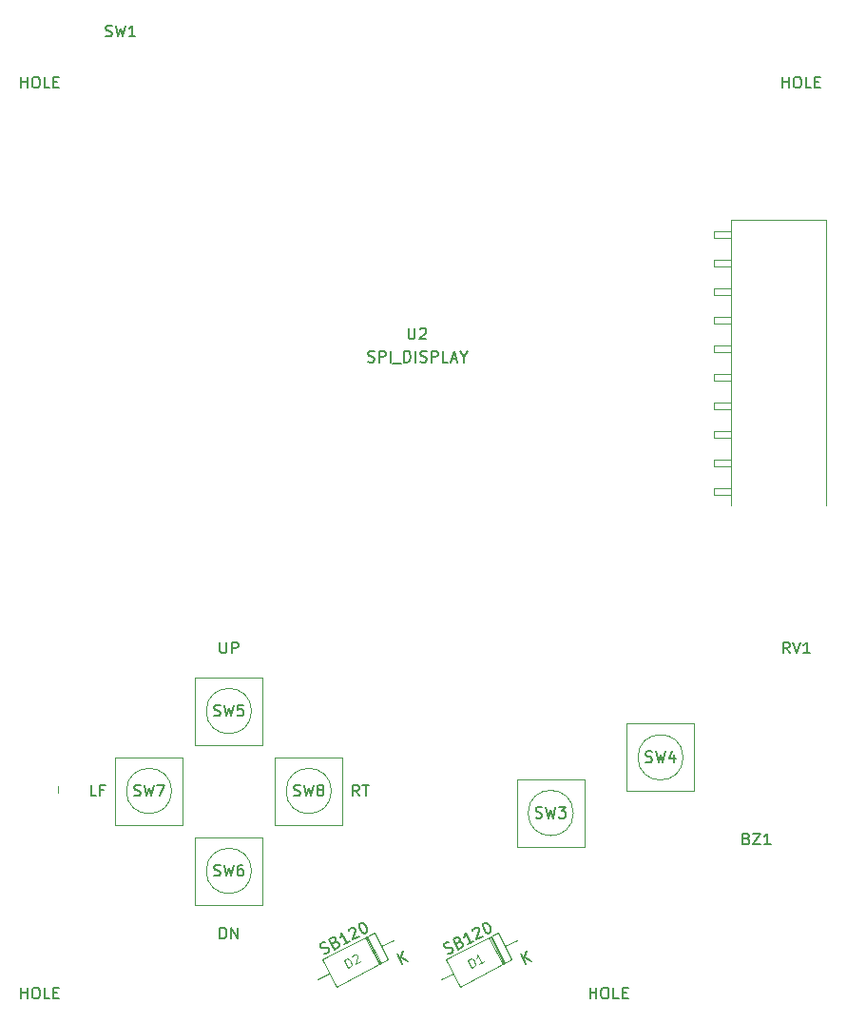
<source format=gbr>
G04 #@! TF.GenerationSoftware,KiCad,Pcbnew,(6.0.4)*
G04 #@! TF.CreationDate,2022-05-01T01:23:01+08:00*
G04 #@! TF.ProjectId,system,73797374-656d-42e6-9b69-6361645f7063,1.0-dev7*
G04 #@! TF.SameCoordinates,Original*
G04 #@! TF.FileFunction,AssemblyDrawing,Top*
%FSLAX46Y46*%
G04 Gerber Fmt 4.6, Leading zero omitted, Abs format (unit mm)*
G04 Created by KiCad (PCBNEW (6.0.4)) date 2022-05-01 01:23:01*
%MOMM*%
%LPD*%
G01*
G04 APERTURE LIST*
%ADD10C,0.150000*%
%ADD11C,0.120000*%
%ADD12C,0.100000*%
G04 APERTURE END LIST*
D10*
X169045047Y-137342571D02*
X169187904Y-137390190D01*
X169235523Y-137437809D01*
X169283142Y-137533047D01*
X169283142Y-137675904D01*
X169235523Y-137771142D01*
X169187904Y-137818761D01*
X169092666Y-137866380D01*
X168711714Y-137866380D01*
X168711714Y-136866380D01*
X169045047Y-136866380D01*
X169140285Y-136914000D01*
X169187904Y-136961619D01*
X169235523Y-137056857D01*
X169235523Y-137152095D01*
X169187904Y-137247333D01*
X169140285Y-137294952D01*
X169045047Y-137342571D01*
X168711714Y-137342571D01*
X169616476Y-136866380D02*
X170283142Y-136866380D01*
X169616476Y-137866380D01*
X170283142Y-137866380D01*
X171187904Y-137866380D02*
X170616476Y-137866380D01*
X170902190Y-137866380D02*
X170902190Y-136866380D01*
X170806952Y-137009238D01*
X170711714Y-137104476D01*
X170616476Y-137152095D01*
X104424333Y-70556380D02*
X104424333Y-69556380D01*
X104424333Y-70032571D02*
X104995761Y-70032571D01*
X104995761Y-70556380D02*
X104995761Y-69556380D01*
X105662428Y-69556380D02*
X105852904Y-69556380D01*
X105948142Y-69604000D01*
X106043380Y-69699238D01*
X106091000Y-69889714D01*
X106091000Y-70223047D01*
X106043380Y-70413523D01*
X105948142Y-70508761D01*
X105852904Y-70556380D01*
X105662428Y-70556380D01*
X105567190Y-70508761D01*
X105471952Y-70413523D01*
X105424333Y-70223047D01*
X105424333Y-69889714D01*
X105471952Y-69699238D01*
X105567190Y-69604000D01*
X105662428Y-69556380D01*
X106995761Y-70556380D02*
X106519571Y-70556380D01*
X106519571Y-69556380D01*
X107329095Y-70032571D02*
X107662428Y-70032571D01*
X107805285Y-70556380D02*
X107329095Y-70556380D01*
X107329095Y-69556380D01*
X107805285Y-69556380D01*
X172242333Y-70556380D02*
X172242333Y-69556380D01*
X172242333Y-70032571D02*
X172813761Y-70032571D01*
X172813761Y-70556380D02*
X172813761Y-69556380D01*
X173480428Y-69556380D02*
X173670904Y-69556380D01*
X173766142Y-69604000D01*
X173861380Y-69699238D01*
X173909000Y-69889714D01*
X173909000Y-70223047D01*
X173861380Y-70413523D01*
X173766142Y-70508761D01*
X173670904Y-70556380D01*
X173480428Y-70556380D01*
X173385190Y-70508761D01*
X173289952Y-70413523D01*
X173242333Y-70223047D01*
X173242333Y-69889714D01*
X173289952Y-69699238D01*
X173385190Y-69604000D01*
X173480428Y-69556380D01*
X174813761Y-70556380D02*
X174337571Y-70556380D01*
X174337571Y-69556380D01*
X175147095Y-70032571D02*
X175480428Y-70032571D01*
X175623285Y-70556380D02*
X175147095Y-70556380D01*
X175147095Y-69556380D01*
X175623285Y-69556380D01*
X104424333Y-151582380D02*
X104424333Y-150582380D01*
X104424333Y-151058571D02*
X104995761Y-151058571D01*
X104995761Y-151582380D02*
X104995761Y-150582380D01*
X105662428Y-150582380D02*
X105852904Y-150582380D01*
X105948142Y-150630000D01*
X106043380Y-150725238D01*
X106091000Y-150915714D01*
X106091000Y-151249047D01*
X106043380Y-151439523D01*
X105948142Y-151534761D01*
X105852904Y-151582380D01*
X105662428Y-151582380D01*
X105567190Y-151534761D01*
X105471952Y-151439523D01*
X105424333Y-151249047D01*
X105424333Y-150915714D01*
X105471952Y-150725238D01*
X105567190Y-150630000D01*
X105662428Y-150582380D01*
X106995761Y-151582380D02*
X106519571Y-151582380D01*
X106519571Y-150582380D01*
X107329095Y-151058571D02*
X107662428Y-151058571D01*
X107805285Y-151582380D02*
X107329095Y-151582380D01*
X107329095Y-150582380D01*
X107805285Y-150582380D01*
X155097333Y-151582380D02*
X155097333Y-150582380D01*
X155097333Y-151058571D02*
X155668761Y-151058571D01*
X155668761Y-151582380D02*
X155668761Y-150582380D01*
X156335428Y-150582380D02*
X156525904Y-150582380D01*
X156621142Y-150630000D01*
X156716380Y-150725238D01*
X156764000Y-150915714D01*
X156764000Y-151249047D01*
X156716380Y-151439523D01*
X156621142Y-151534761D01*
X156525904Y-151582380D01*
X156335428Y-151582380D01*
X156240190Y-151534761D01*
X156144952Y-151439523D01*
X156097333Y-151249047D01*
X156097333Y-150915714D01*
X156144952Y-150725238D01*
X156240190Y-150630000D01*
X156335428Y-150582380D01*
X157668761Y-151582380D02*
X157192571Y-151582380D01*
X157192571Y-150582380D01*
X158002095Y-151058571D02*
X158335428Y-151058571D01*
X158478285Y-151582380D02*
X158002095Y-151582380D01*
X158002095Y-150582380D01*
X158478285Y-150582380D01*
X131433407Y-147601746D02*
X131582111Y-147578021D01*
X131793304Y-147468080D01*
X131855793Y-147381866D01*
X131876044Y-147317639D01*
X131874307Y-147211174D01*
X131830331Y-147126697D01*
X131744116Y-147064207D01*
X131679889Y-147043957D01*
X131573424Y-147045694D01*
X131382481Y-147091408D01*
X131276016Y-147093145D01*
X131211790Y-147072895D01*
X131125575Y-147010405D01*
X131081599Y-146925928D01*
X131079861Y-146819463D01*
X131100112Y-146755236D01*
X131162601Y-146669022D01*
X131373794Y-146559082D01*
X131522498Y-146535356D01*
X132396208Y-146563695D02*
X132544912Y-146539970D01*
X132609139Y-146560220D01*
X132695353Y-146622709D01*
X132761317Y-146749425D01*
X132763055Y-146855891D01*
X132742804Y-146920117D01*
X132680315Y-147006332D01*
X132342406Y-147182236D01*
X131880658Y-146295225D01*
X132176328Y-146141309D01*
X132282793Y-146139572D01*
X132347020Y-146159822D01*
X132433234Y-146222311D01*
X132477210Y-146306789D01*
X132478948Y-146413254D01*
X132458697Y-146477480D01*
X132396208Y-146563695D01*
X132100538Y-146717611D01*
X133694042Y-146478619D02*
X133187178Y-146742475D01*
X133440610Y-146610547D02*
X132978861Y-145723536D01*
X132960348Y-145894228D01*
X132919847Y-146022682D01*
X132857358Y-146108896D01*
X133614178Y-145500181D02*
X133634429Y-145435955D01*
X133696918Y-145349740D01*
X133908111Y-145239800D01*
X134014576Y-145238062D01*
X134078803Y-145258313D01*
X134165017Y-145320802D01*
X134208994Y-145405279D01*
X134232719Y-145553983D01*
X133989712Y-146324703D01*
X134538814Y-146038859D01*
X134626167Y-144866003D02*
X134710645Y-144822027D01*
X134817110Y-144820290D01*
X134881336Y-144840540D01*
X134967551Y-144903030D01*
X135097742Y-145049996D01*
X135207682Y-145261189D01*
X135253395Y-145452132D01*
X135255133Y-145558597D01*
X135234882Y-145622823D01*
X135172393Y-145709038D01*
X135087916Y-145753014D01*
X134981451Y-145754752D01*
X134917224Y-145734501D01*
X134831009Y-145672012D01*
X134700819Y-145525045D01*
X134590878Y-145313852D01*
X134545165Y-145122910D01*
X134543428Y-145016445D01*
X134563678Y-144952218D01*
X134626167Y-144866003D01*
X138376744Y-148460295D02*
X137914996Y-147573285D01*
X138883608Y-148196439D02*
X138239604Y-147887468D01*
X138421859Y-147309428D02*
X138178852Y-148080148D01*
D11*
X133566758Y-148832928D02*
X133197359Y-148123319D01*
X133366313Y-148035367D01*
X133485276Y-148016386D01*
X133588039Y-148048787D01*
X133657011Y-148098779D01*
X133761163Y-148216352D01*
X133813935Y-148317724D01*
X133850505Y-148470478D01*
X133851895Y-148555651D01*
X133819494Y-148658413D01*
X133735712Y-148744975D01*
X133566758Y-148832928D01*
X133908357Y-147839092D02*
X133924558Y-147787711D01*
X133974549Y-147718739D01*
X134143504Y-147630787D01*
X134228676Y-147629397D01*
X134280057Y-147645597D01*
X134349029Y-147695589D01*
X134384210Y-147763171D01*
X134403190Y-147882134D01*
X134208785Y-148498709D01*
X134648066Y-148270034D01*
D10*
X111950666Y-65936761D02*
X112093523Y-65984380D01*
X112331619Y-65984380D01*
X112426857Y-65936761D01*
X112474476Y-65889142D01*
X112522095Y-65793904D01*
X112522095Y-65698666D01*
X112474476Y-65603428D01*
X112426857Y-65555809D01*
X112331619Y-65508190D01*
X112141142Y-65460571D01*
X112045904Y-65412952D01*
X111998285Y-65365333D01*
X111950666Y-65270095D01*
X111950666Y-65174857D01*
X111998285Y-65079619D01*
X112045904Y-65032000D01*
X112141142Y-64984380D01*
X112379238Y-64984380D01*
X112522095Y-65032000D01*
X112855428Y-64984380D02*
X113093523Y-65984380D01*
X113284000Y-65270095D01*
X113474476Y-65984380D01*
X113712571Y-64984380D01*
X114617333Y-65984380D02*
X114045904Y-65984380D01*
X114331619Y-65984380D02*
X114331619Y-64984380D01*
X114236380Y-65127238D01*
X114141142Y-65222476D01*
X114045904Y-65270095D01*
X138938095Y-91908380D02*
X138938095Y-92717904D01*
X138985714Y-92813142D01*
X139033333Y-92860761D01*
X139128571Y-92908380D01*
X139319047Y-92908380D01*
X139414285Y-92860761D01*
X139461904Y-92813142D01*
X139509523Y-92717904D01*
X139509523Y-91908380D01*
X139938095Y-92003619D02*
X139985714Y-91956000D01*
X140080952Y-91908380D01*
X140319047Y-91908380D01*
X140414285Y-91956000D01*
X140461904Y-92003619D01*
X140509523Y-92098857D01*
X140509523Y-92194095D01*
X140461904Y-92336952D01*
X139890476Y-92908380D01*
X140509523Y-92908380D01*
X135319047Y-94900761D02*
X135461904Y-94948380D01*
X135700000Y-94948380D01*
X135795238Y-94900761D01*
X135842857Y-94853142D01*
X135890476Y-94757904D01*
X135890476Y-94662666D01*
X135842857Y-94567428D01*
X135795238Y-94519809D01*
X135700000Y-94472190D01*
X135509523Y-94424571D01*
X135414285Y-94376952D01*
X135366666Y-94329333D01*
X135319047Y-94234095D01*
X135319047Y-94138857D01*
X135366666Y-94043619D01*
X135414285Y-93996000D01*
X135509523Y-93948380D01*
X135747619Y-93948380D01*
X135890476Y-93996000D01*
X136319047Y-94948380D02*
X136319047Y-93948380D01*
X136700000Y-93948380D01*
X136795238Y-93996000D01*
X136842857Y-94043619D01*
X136890476Y-94138857D01*
X136890476Y-94281714D01*
X136842857Y-94376952D01*
X136795238Y-94424571D01*
X136700000Y-94472190D01*
X136319047Y-94472190D01*
X137319047Y-94948380D02*
X137319047Y-93948380D01*
X137557142Y-95043619D02*
X138319047Y-95043619D01*
X138557142Y-94948380D02*
X138557142Y-93948380D01*
X138795238Y-93948380D01*
X138938095Y-93996000D01*
X139033333Y-94091238D01*
X139080952Y-94186476D01*
X139128571Y-94376952D01*
X139128571Y-94519809D01*
X139080952Y-94710285D01*
X139033333Y-94805523D01*
X138938095Y-94900761D01*
X138795238Y-94948380D01*
X138557142Y-94948380D01*
X139557142Y-94948380D02*
X139557142Y-93948380D01*
X139985714Y-94900761D02*
X140128571Y-94948380D01*
X140366666Y-94948380D01*
X140461904Y-94900761D01*
X140509523Y-94853142D01*
X140557142Y-94757904D01*
X140557142Y-94662666D01*
X140509523Y-94567428D01*
X140461904Y-94519809D01*
X140366666Y-94472190D01*
X140176190Y-94424571D01*
X140080952Y-94376952D01*
X140033333Y-94329333D01*
X139985714Y-94234095D01*
X139985714Y-94138857D01*
X140033333Y-94043619D01*
X140080952Y-93996000D01*
X140176190Y-93948380D01*
X140414285Y-93948380D01*
X140557142Y-93996000D01*
X140985714Y-94948380D02*
X140985714Y-93948380D01*
X141366666Y-93948380D01*
X141461904Y-93996000D01*
X141509523Y-94043619D01*
X141557142Y-94138857D01*
X141557142Y-94281714D01*
X141509523Y-94376952D01*
X141461904Y-94424571D01*
X141366666Y-94472190D01*
X140985714Y-94472190D01*
X142461904Y-94948380D02*
X141985714Y-94948380D01*
X141985714Y-93948380D01*
X142747619Y-94662666D02*
X143223809Y-94662666D01*
X142652380Y-94948380D02*
X142985714Y-93948380D01*
X143319047Y-94948380D01*
X143842857Y-94472190D02*
X143842857Y-94948380D01*
X143509523Y-93948380D02*
X143842857Y-94472190D01*
X144176190Y-93948380D01*
X160047666Y-130504761D02*
X160190523Y-130552380D01*
X160428619Y-130552380D01*
X160523857Y-130504761D01*
X160571476Y-130457142D01*
X160619095Y-130361904D01*
X160619095Y-130266666D01*
X160571476Y-130171428D01*
X160523857Y-130123809D01*
X160428619Y-130076190D01*
X160238142Y-130028571D01*
X160142904Y-129980952D01*
X160095285Y-129933333D01*
X160047666Y-129838095D01*
X160047666Y-129742857D01*
X160095285Y-129647619D01*
X160142904Y-129600000D01*
X160238142Y-129552380D01*
X160476238Y-129552380D01*
X160619095Y-129600000D01*
X160952428Y-129552380D02*
X161190523Y-130552380D01*
X161381000Y-129838095D01*
X161571476Y-130552380D01*
X161809571Y-129552380D01*
X162619095Y-129885714D02*
X162619095Y-130552380D01*
X162381000Y-129504761D02*
X162142904Y-130219047D01*
X162761952Y-130219047D01*
X122150285Y-119848380D02*
X122150285Y-120657904D01*
X122197904Y-120753142D01*
X122245523Y-120800761D01*
X122340761Y-120848380D01*
X122531238Y-120848380D01*
X122626476Y-120800761D01*
X122674095Y-120753142D01*
X122721714Y-120657904D01*
X122721714Y-119848380D01*
X123197904Y-120848380D02*
X123197904Y-119848380D01*
X123578857Y-119848380D01*
X123674095Y-119896000D01*
X123721714Y-119943619D01*
X123769333Y-120038857D01*
X123769333Y-120181714D01*
X123721714Y-120276952D01*
X123674095Y-120324571D01*
X123578857Y-120372190D01*
X123197904Y-120372190D01*
X121602666Y-126388761D02*
X121745523Y-126436380D01*
X121983619Y-126436380D01*
X122078857Y-126388761D01*
X122126476Y-126341142D01*
X122174095Y-126245904D01*
X122174095Y-126150666D01*
X122126476Y-126055428D01*
X122078857Y-126007809D01*
X121983619Y-125960190D01*
X121793142Y-125912571D01*
X121697904Y-125864952D01*
X121650285Y-125817333D01*
X121602666Y-125722095D01*
X121602666Y-125626857D01*
X121650285Y-125531619D01*
X121697904Y-125484000D01*
X121793142Y-125436380D01*
X122031238Y-125436380D01*
X122174095Y-125484000D01*
X122507428Y-125436380D02*
X122745523Y-126436380D01*
X122936000Y-125722095D01*
X123126476Y-126436380D01*
X123364571Y-125436380D01*
X124221714Y-125436380D02*
X123745523Y-125436380D01*
X123697904Y-125912571D01*
X123745523Y-125864952D01*
X123840761Y-125817333D01*
X124078857Y-125817333D01*
X124174095Y-125864952D01*
X124221714Y-125912571D01*
X124269333Y-126007809D01*
X124269333Y-126245904D01*
X124221714Y-126341142D01*
X124174095Y-126388761D01*
X124078857Y-126436380D01*
X123840761Y-126436380D01*
X123745523Y-126388761D01*
X123697904Y-126341142D01*
X122150285Y-146248380D02*
X122150285Y-145248380D01*
X122388380Y-145248380D01*
X122531238Y-145296000D01*
X122626476Y-145391238D01*
X122674095Y-145486476D01*
X122721714Y-145676952D01*
X122721714Y-145819809D01*
X122674095Y-146010285D01*
X122626476Y-146105523D01*
X122531238Y-146200761D01*
X122388380Y-146248380D01*
X122150285Y-146248380D01*
X123150285Y-146248380D02*
X123150285Y-145248380D01*
X123721714Y-146248380D01*
X123721714Y-145248380D01*
X121602666Y-140612761D02*
X121745523Y-140660380D01*
X121983619Y-140660380D01*
X122078857Y-140612761D01*
X122126476Y-140565142D01*
X122174095Y-140469904D01*
X122174095Y-140374666D01*
X122126476Y-140279428D01*
X122078857Y-140231809D01*
X121983619Y-140184190D01*
X121793142Y-140136571D01*
X121697904Y-140088952D01*
X121650285Y-140041333D01*
X121602666Y-139946095D01*
X121602666Y-139850857D01*
X121650285Y-139755619D01*
X121697904Y-139708000D01*
X121793142Y-139660380D01*
X122031238Y-139660380D01*
X122174095Y-139708000D01*
X122507428Y-139660380D02*
X122745523Y-140660380D01*
X122936000Y-139946095D01*
X123126476Y-140660380D01*
X123364571Y-139660380D01*
X124174095Y-139660380D02*
X123983619Y-139660380D01*
X123888380Y-139708000D01*
X123840761Y-139755619D01*
X123745523Y-139898476D01*
X123697904Y-140088952D01*
X123697904Y-140469904D01*
X123745523Y-140565142D01*
X123793142Y-140612761D01*
X123888380Y-140660380D01*
X124078857Y-140660380D01*
X124174095Y-140612761D01*
X124221714Y-140565142D01*
X124269333Y-140469904D01*
X124269333Y-140231809D01*
X124221714Y-140136571D01*
X124174095Y-140088952D01*
X124078857Y-140041333D01*
X123888380Y-140041333D01*
X123793142Y-140088952D01*
X123745523Y-140136571D01*
X123697904Y-140231809D01*
X111132952Y-133548380D02*
X110656761Y-133548380D01*
X110656761Y-132548380D01*
X111799619Y-133024571D02*
X111466285Y-133024571D01*
X111466285Y-133548380D02*
X111466285Y-132548380D01*
X111942476Y-132548380D01*
X114490666Y-133500761D02*
X114633523Y-133548380D01*
X114871619Y-133548380D01*
X114966857Y-133500761D01*
X115014476Y-133453142D01*
X115062095Y-133357904D01*
X115062095Y-133262666D01*
X115014476Y-133167428D01*
X114966857Y-133119809D01*
X114871619Y-133072190D01*
X114681142Y-133024571D01*
X114585904Y-132976952D01*
X114538285Y-132929333D01*
X114490666Y-132834095D01*
X114490666Y-132738857D01*
X114538285Y-132643619D01*
X114585904Y-132596000D01*
X114681142Y-132548380D01*
X114919238Y-132548380D01*
X115062095Y-132596000D01*
X115395428Y-132548380D02*
X115633523Y-133548380D01*
X115824000Y-132834095D01*
X116014476Y-133548380D01*
X116252571Y-132548380D01*
X116538285Y-132548380D02*
X117204952Y-132548380D01*
X116776380Y-133548380D01*
X134548571Y-133548380D02*
X134215238Y-133072190D01*
X133977142Y-133548380D02*
X133977142Y-132548380D01*
X134358095Y-132548380D01*
X134453333Y-132596000D01*
X134500952Y-132643619D01*
X134548571Y-132738857D01*
X134548571Y-132881714D01*
X134500952Y-132976952D01*
X134453333Y-133024571D01*
X134358095Y-133072190D01*
X133977142Y-133072190D01*
X134834285Y-132548380D02*
X135405714Y-132548380D01*
X135120000Y-133548380D02*
X135120000Y-132548380D01*
X128714666Y-133500761D02*
X128857523Y-133548380D01*
X129095619Y-133548380D01*
X129190857Y-133500761D01*
X129238476Y-133453142D01*
X129286095Y-133357904D01*
X129286095Y-133262666D01*
X129238476Y-133167428D01*
X129190857Y-133119809D01*
X129095619Y-133072190D01*
X128905142Y-133024571D01*
X128809904Y-132976952D01*
X128762285Y-132929333D01*
X128714666Y-132834095D01*
X128714666Y-132738857D01*
X128762285Y-132643619D01*
X128809904Y-132596000D01*
X128905142Y-132548380D01*
X129143238Y-132548380D01*
X129286095Y-132596000D01*
X129619428Y-132548380D02*
X129857523Y-133548380D01*
X130048000Y-132834095D01*
X130238476Y-133548380D01*
X130476571Y-132548380D01*
X131000380Y-132976952D02*
X130905142Y-132929333D01*
X130857523Y-132881714D01*
X130809904Y-132786476D01*
X130809904Y-132738857D01*
X130857523Y-132643619D01*
X130905142Y-132596000D01*
X131000380Y-132548380D01*
X131190857Y-132548380D01*
X131286095Y-132596000D01*
X131333714Y-132643619D01*
X131381333Y-132738857D01*
X131381333Y-132786476D01*
X131333714Y-132881714D01*
X131286095Y-132929333D01*
X131190857Y-132976952D01*
X131000380Y-132976952D01*
X130905142Y-133024571D01*
X130857523Y-133072190D01*
X130809904Y-133167428D01*
X130809904Y-133357904D01*
X130857523Y-133453142D01*
X130905142Y-133500761D01*
X131000380Y-133548380D01*
X131190857Y-133548380D01*
X131286095Y-133500761D01*
X131333714Y-133453142D01*
X131381333Y-133357904D01*
X131381333Y-133167428D01*
X131333714Y-133072190D01*
X131286095Y-133024571D01*
X131190857Y-132976952D01*
X150268666Y-135457761D02*
X150411523Y-135505380D01*
X150649619Y-135505380D01*
X150744857Y-135457761D01*
X150792476Y-135410142D01*
X150840095Y-135314904D01*
X150840095Y-135219666D01*
X150792476Y-135124428D01*
X150744857Y-135076809D01*
X150649619Y-135029190D01*
X150459142Y-134981571D01*
X150363904Y-134933952D01*
X150316285Y-134886333D01*
X150268666Y-134791095D01*
X150268666Y-134695857D01*
X150316285Y-134600619D01*
X150363904Y-134553000D01*
X150459142Y-134505380D01*
X150697238Y-134505380D01*
X150840095Y-134553000D01*
X151173428Y-134505380D02*
X151411523Y-135505380D01*
X151602000Y-134791095D01*
X151792476Y-135505380D01*
X152030571Y-134505380D01*
X152316285Y-134505380D02*
X152935333Y-134505380D01*
X152602000Y-134886333D01*
X152744857Y-134886333D01*
X152840095Y-134933952D01*
X152887714Y-134981571D01*
X152935333Y-135076809D01*
X152935333Y-135314904D01*
X152887714Y-135410142D01*
X152840095Y-135457761D01*
X152744857Y-135505380D01*
X152459142Y-135505380D01*
X152363904Y-135457761D01*
X152316285Y-135410142D01*
X142454384Y-147601746D02*
X142603088Y-147578021D01*
X142814281Y-147468080D01*
X142876770Y-147381866D01*
X142897021Y-147317639D01*
X142895284Y-147211174D01*
X142851308Y-147126697D01*
X142765093Y-147064207D01*
X142700866Y-147043957D01*
X142594401Y-147045694D01*
X142403458Y-147091408D01*
X142296993Y-147093145D01*
X142232767Y-147072895D01*
X142146552Y-147010405D01*
X142102576Y-146925928D01*
X142100838Y-146819463D01*
X142121089Y-146755236D01*
X142183578Y-146669022D01*
X142394771Y-146559082D01*
X142543475Y-146535356D01*
X143417185Y-146563695D02*
X143565889Y-146539970D01*
X143630116Y-146560220D01*
X143716330Y-146622709D01*
X143782294Y-146749425D01*
X143784032Y-146855891D01*
X143763781Y-146920117D01*
X143701292Y-147006332D01*
X143363383Y-147182236D01*
X142901635Y-146295225D01*
X143197305Y-146141309D01*
X143303770Y-146139572D01*
X143367997Y-146159822D01*
X143454211Y-146222311D01*
X143498187Y-146306789D01*
X143499925Y-146413254D01*
X143479674Y-146477480D01*
X143417185Y-146563695D01*
X143121515Y-146717611D01*
X144715019Y-146478619D02*
X144208155Y-146742475D01*
X144461587Y-146610547D02*
X143999838Y-145723536D01*
X143981325Y-145894228D01*
X143940824Y-146022682D01*
X143878335Y-146108896D01*
X144635155Y-145500181D02*
X144655406Y-145435955D01*
X144717895Y-145349740D01*
X144929088Y-145239800D01*
X145035553Y-145238062D01*
X145099780Y-145258313D01*
X145185994Y-145320802D01*
X145229971Y-145405279D01*
X145253696Y-145553983D01*
X145010689Y-146324703D01*
X145559791Y-146038859D01*
X145647144Y-144866003D02*
X145731622Y-144822027D01*
X145838087Y-144820290D01*
X145902313Y-144840540D01*
X145988528Y-144903030D01*
X146118719Y-145049996D01*
X146228659Y-145261189D01*
X146274372Y-145452132D01*
X146276110Y-145558597D01*
X146255859Y-145622823D01*
X146193370Y-145709038D01*
X146108893Y-145753014D01*
X146002428Y-145754752D01*
X145938201Y-145734501D01*
X145851986Y-145672012D01*
X145721796Y-145525045D01*
X145611855Y-145313852D01*
X145566142Y-145122910D01*
X145564405Y-145016445D01*
X145584655Y-144952218D01*
X145647144Y-144866003D01*
D11*
X144587735Y-148832928D02*
X144218336Y-148123319D01*
X144387290Y-148035367D01*
X144506253Y-148016386D01*
X144609016Y-148048787D01*
X144677988Y-148098779D01*
X144782140Y-148216352D01*
X144834912Y-148317724D01*
X144871482Y-148470478D01*
X144872872Y-148555651D01*
X144840471Y-148658413D01*
X144756689Y-148744975D01*
X144587735Y-148832928D01*
X145669043Y-148270034D02*
X145263553Y-148481119D01*
X145466298Y-148375576D02*
X145096899Y-147665968D01*
X145082088Y-147802521D01*
X145049688Y-147905284D01*
X144999696Y-147974256D01*
D10*
X149397721Y-148460295D02*
X148935973Y-147573285D01*
X149904585Y-148196439D02*
X149260581Y-147887468D01*
X149442836Y-147309428D02*
X149199829Y-148080148D01*
X172886761Y-120848380D02*
X172553428Y-120372190D01*
X172315333Y-120848380D02*
X172315333Y-119848380D01*
X172696285Y-119848380D01*
X172791523Y-119896000D01*
X172839142Y-119943619D01*
X172886761Y-120038857D01*
X172886761Y-120181714D01*
X172839142Y-120276952D01*
X172791523Y-120324571D01*
X172696285Y-120372190D01*
X172315333Y-120372190D01*
X173172476Y-119848380D02*
X173505809Y-120848380D01*
X173839142Y-119848380D01*
X174696285Y-120848380D02*
X174124857Y-120848380D01*
X174410571Y-120848380D02*
X174410571Y-119848380D01*
X174315333Y-119991238D01*
X174220095Y-120086476D01*
X174124857Y-120134095D01*
D12*
X137569023Y-146341476D02*
X136495740Y-146900192D01*
X130810000Y-149860000D02*
X131883284Y-149301285D01*
X136427232Y-148457820D02*
X135180511Y-146062891D01*
X137119101Y-148097656D02*
X135872379Y-145702727D01*
X131259923Y-148103820D02*
X132506644Y-150498749D01*
X136515933Y-148411646D02*
X135269212Y-146016716D01*
X135872379Y-145702727D02*
X131259923Y-148103820D01*
X136338531Y-148503995D02*
X135091810Y-146109066D01*
X132506644Y-150498749D02*
X137119101Y-148097656D01*
X164381000Y-133100000D02*
X158381000Y-133100000D01*
X158381000Y-133100000D02*
X158381000Y-130100000D01*
X158381000Y-130100000D02*
X158381000Y-127100000D01*
X158381000Y-127100000D02*
X164381000Y-127100000D01*
X164381000Y-127100000D02*
X164381000Y-133100000D01*
X163396564Y-130100000D02*
G75*
G03*
X163396564Y-130100000I-2015564J0D01*
G01*
X125936000Y-128984000D02*
X119936000Y-128984000D01*
X125936000Y-122984000D02*
X125936000Y-128984000D01*
X119936000Y-128984000D02*
X119936000Y-125984000D01*
X119936000Y-122984000D02*
X125936000Y-122984000D01*
X119936000Y-125984000D02*
X119936000Y-122984000D01*
X124951564Y-125984000D02*
G75*
G03*
X124951564Y-125984000I-2015564J0D01*
G01*
X125936000Y-140208000D02*
X125936000Y-143208000D01*
X125936000Y-137208000D02*
X125936000Y-140208000D01*
X119936000Y-137208000D02*
X125936000Y-137208000D01*
X125936000Y-143208000D02*
X119936000Y-143208000D01*
X119936000Y-143208000D02*
X119936000Y-137208000D01*
X124951564Y-140208000D02*
G75*
G03*
X124951564Y-140208000I-2015564J0D01*
G01*
X112824000Y-133096000D02*
X112824000Y-130096000D01*
X112824000Y-130096000D02*
X118824000Y-130096000D01*
X118824000Y-130096000D02*
X118824000Y-136096000D01*
X118824000Y-136096000D02*
X112824000Y-136096000D01*
X112824000Y-136096000D02*
X112824000Y-133096000D01*
X117839564Y-133096000D02*
G75*
G03*
X117839564Y-133096000I-2015564J0D01*
G01*
X127048000Y-136096000D02*
X127048000Y-130096000D01*
X133048000Y-136096000D02*
X127048000Y-136096000D01*
X133048000Y-130096000D02*
X133048000Y-133096000D01*
X127048000Y-130096000D02*
X133048000Y-130096000D01*
X133048000Y-133096000D02*
X133048000Y-136096000D01*
X132063564Y-133096000D02*
G75*
G03*
X132063564Y-133096000I-2015564J0D01*
G01*
X154602000Y-132053000D02*
X154602000Y-138053000D01*
X154602000Y-138053000D02*
X148602000Y-138053000D01*
X148602000Y-138053000D02*
X148602000Y-135053000D01*
X148602000Y-132053000D02*
X154602000Y-132053000D01*
X148602000Y-135053000D02*
X148602000Y-132053000D01*
X153617564Y-135053000D02*
G75*
G03*
X153617564Y-135053000I-2015564J0D01*
G01*
X147536910Y-148411646D02*
X146290189Y-146016716D01*
X141830977Y-149860000D02*
X142904261Y-149301285D01*
X148140078Y-148097656D02*
X146893356Y-145702727D01*
X147359508Y-148503995D02*
X146112787Y-146109066D01*
X142280900Y-148103820D02*
X143527621Y-150498749D01*
X148590000Y-146341476D02*
X147516717Y-146900192D01*
X147448209Y-148457820D02*
X146201488Y-146062891D01*
X143527621Y-150498749D02*
X148140078Y-148097656D01*
X146893356Y-145702727D02*
X142280900Y-148103820D01*
X176146000Y-100076000D02*
X176146000Y-107696000D01*
X167636000Y-88346000D02*
X166116000Y-88346000D01*
X166116000Y-95966000D02*
X166116000Y-96566000D01*
X166116000Y-90886000D02*
X166116000Y-91486000D01*
X176146000Y-82296000D02*
X167640000Y-82296000D01*
X166116000Y-94026000D02*
X167636000Y-94026000D01*
X167636000Y-90886000D02*
X166116000Y-90886000D01*
X166116000Y-83866000D02*
X167636000Y-83866000D01*
X166116000Y-83266000D02*
X166116000Y-83866000D01*
X167636000Y-103586000D02*
X166116000Y-103586000D01*
X166116000Y-86406000D02*
X167636000Y-86406000D01*
X166116000Y-88346000D02*
X166116000Y-88946000D01*
X166116000Y-101046000D02*
X166116000Y-101646000D01*
X167636000Y-101046000D02*
X166116000Y-101046000D01*
X167636000Y-106126000D02*
X166116000Y-106126000D01*
X167636000Y-85806000D02*
X166116000Y-85806000D01*
X167636000Y-95966000D02*
X166116000Y-95966000D01*
X166116000Y-101646000D02*
X167636000Y-101646000D01*
X166116000Y-99106000D02*
X167636000Y-99106000D01*
X166116000Y-96566000D02*
X167636000Y-96566000D01*
X166116000Y-103586000D02*
X166116000Y-104186000D01*
X166116000Y-91486000D02*
X167636000Y-91486000D01*
X167640000Y-100076000D02*
X167636000Y-101046000D01*
X166116000Y-85806000D02*
X166116000Y-86406000D01*
X166116000Y-106726000D02*
X167636000Y-106726000D01*
X166116000Y-104186000D02*
X167636000Y-104186000D01*
X166116000Y-98506000D02*
X166116000Y-99106000D01*
X166116000Y-93426000D02*
X166116000Y-94026000D01*
X167636000Y-83266000D02*
X166116000Y-83266000D01*
X166116000Y-106126000D02*
X166116000Y-106726000D01*
X167636000Y-93426000D02*
X166116000Y-93426000D01*
X167636000Y-98506000D02*
X166116000Y-98506000D01*
X167636000Y-107696000D02*
X167636000Y-101046000D01*
X167636000Y-100076000D02*
X167640000Y-82296000D01*
X176146000Y-82296000D02*
X176146000Y-100076000D01*
X166116000Y-88946000D02*
X167636000Y-88946000D01*
X107696000Y-132669000D02*
X107696000Y-133269000D01*
M02*

</source>
